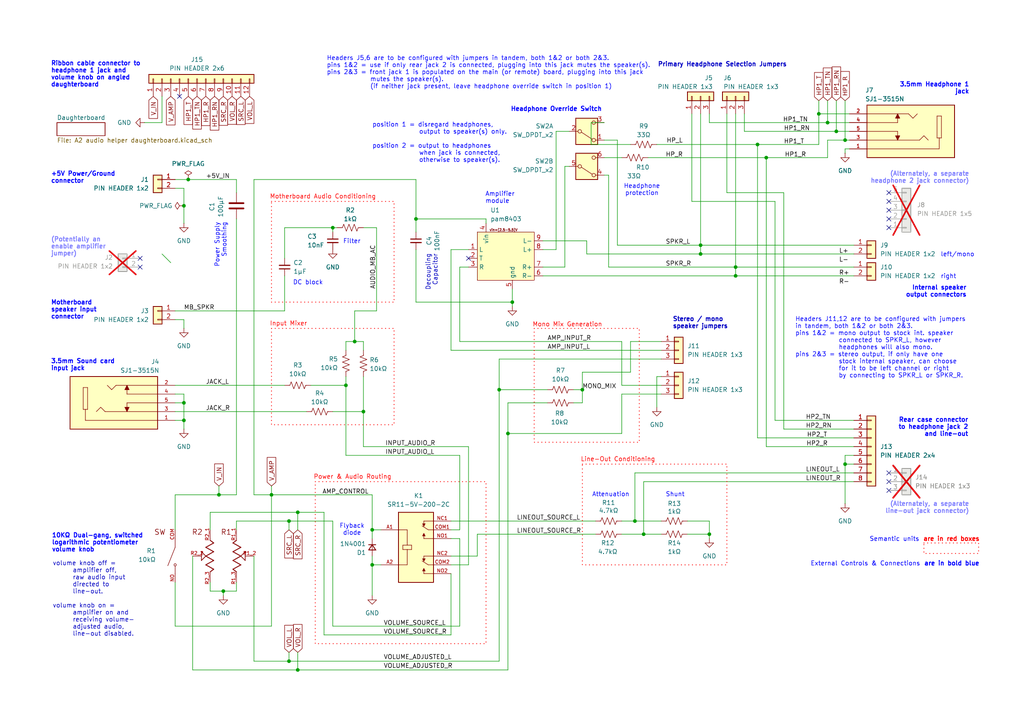
<source format=kicad_sch>
(kicad_sch (version 20250114) (generator "eeschema") (generator_version "9.0")
  (paper "A4")
  (title_block (title "Apple 2 Audio Helper") (date "2026-02-18") (rev "0.10.4") (company "Northwest Retroventures") (comment 1 "Optionally supports second internal speaker for stereo.") (comment 2 "Outputs to line-out jack & headphone jack 2 (rear of case), jack 1 (front), stock speaker.") (comment 3 "Routes sound card and motherboard audio sources. Power from int. game port connector.") (comment 4 "Circuit to mount in Apple 2 case beneath keyboard, exposing headph. jack & volume knob."))
  (lib_symbols
    (symbol "Connector_Generic:Conn_01x02" (pin_names (offset 1.016) (hide yes))
      (property "Reference" "J" (at 0 2.54 0))
      (property "Value" "Conn_01x02" (at 0 -5.08 0))
      (symbol "Conn_01x02_1_1"
        (pin passive line (at -5.08 0 0) (length 3.81) (name "Pin_1") (number "1"))
        (pin passive line (at -5.08 -2.54 0) (length 3.81) (name "Pin_2") (number "2"))
      )
    )
    (symbol "Connector_Generic:Conn_01x03" (pin_names (offset 1.016) (hide yes))
      (property "Reference" "J" (at 0 5.08 0))
      (property "Value" "Conn_01x03" (at 0 -5.08 0))
      (symbol "Conn_01x03_1_1"
        (pin passive line (at -5.08 2.54 0) (length 3.81) (name "Pin_1") (number "1"))
        (pin passive line (at -5.08 0 0) (length 3.81) (name "Pin_2") (number "2"))
        (pin passive line (at -5.08 -2.54 0) (length 3.81) (name "Pin_3") (number "3"))
      )
    )
    (symbol "Connector_Generic:Conn_01x05" (pin_names (offset 1.016) (hide yes))
      (property "Reference" "J" (at 0 7.62 0))
      (property "Value" "Conn_01x05" (at 0 -7.62 0))
      (symbol "Conn_01x05_1_1"
        (pin passive line (at -5.08 5.08 0) (length 3.81) (name "Pin_1") (number "1"))
        (pin passive line (at -5.08 2.54 0) (length 3.81) (name "Pin_2") (number "2"))
        (pin passive line (at -5.08 0 0) (length 3.81) (name "Pin_3") (number "3"))
        (pin passive line (at -5.08 -2.54 0) (length 3.81) (name "Pin_4") (number "4"))
        (pin passive line (at -5.08 -5.08 0) (length 3.81) (name "Pin_5") (number "5"))
      )
    )
    (symbol "Connector_Generic:Conn_01x08" (pin_names (offset 1.016) (hide yes))
      (property "Reference" "J" (at 0 10.16 0))
      (property "Value" "Conn_01x08" (at 0 -12.7 0))
      (symbol "Conn_01x08_1_1"
        (pin passive line (at -5.08 7.62 0) (length 3.81) (name "Pin_1") (number "1"))
        (pin passive line (at -5.08 5.08 0) (length 3.81) (name "Pin_2") (number "2"))
        (pin passive line (at -5.08 2.54 0) (length 3.81) (name "Pin_3") (number "3"))
        (pin passive line (at -5.08 0 0) (length 3.81) (name "Pin_4") (number "4"))
        (pin passive line (at -5.08 -2.54 0) (length 3.81) (name "Pin_5") (number "5"))
        (pin passive line (at -5.08 -5.08 0) (length 3.81) (name "Pin_6") (number "6"))
        (pin passive line (at -5.08 -7.62 0) (length 3.81) (name "Pin_7") (number "7"))
        (pin passive line (at -5.08 -10.16 0) (length 3.81) (name "Pin_8") (number "8"))
      )
    )
    (symbol "Connector_Generic:Conn_01x12" (pin_names (offset 1.016) (hide yes))
      (property "Reference" "J" (at 0 15.24 0))
      (property "Value" "Conn_01x12" (at 0 -17.78 0))
      (symbol "Conn_01x12_1_1"
        (pin passive line (at -5.08 12.7 0) (length 3.81) (name "Pin_1") (number "1"))
        (pin passive line (at -5.08 10.16 0) (length 3.81) (name "Pin_2") (number "2"))
        (pin passive line (at -5.08 7.62 0) (length 3.81) (name "Pin_3") (number "3"))
        (pin passive line (at -5.08 5.08 0) (length 3.81) (name "Pin_4") (number "4"))
        (pin passive line (at -5.08 2.54 0) (length 3.81) (name "Pin_5") (number "5"))
        (pin passive line (at -5.08 0 0) (length 3.81) (name "Pin_6") (number "6"))
        (pin passive line (at -5.08 -2.54 0) (length 3.81) (name "Pin_7") (number "7"))
        (pin passive line (at -5.08 -5.08 0) (length 3.81) (name "Pin_8") (number "8"))
        (pin passive line (at -5.08 -7.62 0) (length 3.81) (name "Pin_9") (number "9"))
        (pin passive line (at -5.08 -10.16 0) (length 3.81) (name "Pin_10") (number "10"))
        (pin passive line (at -5.08 -12.7 0) (length 3.81) (name "Pin_11") (number "11"))
        (pin passive line (at -5.08 -15.24 0) (length 3.81) (name "Pin_12") (number "12"))
      )
    )
    (symbol "Device:C" (pin_numbers (hide yes)) (pin_names (offset 0.254))
      (property "Reference" "C" (at 0.635 2.54 0))
      (property "Value" "C" (at 0.635 -2.54 0))
      (symbol "C_1_1"
        (pin passive line (at 0 3.81 270) (length 2.794) (name "~") (number "1"))
        (pin passive line (at 0 -3.81 90) (length 2.794) (name "~") (number "2"))
      )
    )
    (symbol "Device:C_Small" (pin_numbers (hide yes)) (pin_names (offset 0.254) (hide yes))
      (property "Reference" "C" (at 0.254 1.778 0))
      (property "Value" "C_Small" (at 0.254 -2.032 0))
      (symbol "C_Small_1_1"
        (pin passive line (at 0 2.54 270) (length 2.032) (name "~") (number "1"))
        (pin passive line (at 0 -2.54 90) (length 2.032) (name "~") (number "2"))
      )
    )
    (symbol "Device:D_Small" (pin_numbers (hide yes)) (pin_names (offset 0.254) (hide yes))
      (property "Reference" "D" (at -1.27 2.032 0))
      (property "Value" "D_Small" (at -3.81 -2.032 0))
      (symbol "D_Small_1_1"
        (pin passive line (at -2.54 0 0) (length 1.778) (name "K") (number "1"))
        (pin passive line (at 2.54 0 180) (length 1.778) (name "A") (number "2"))
      )
    )
    (symbol "Device:R_US" (pin_numbers (hide yes)) (pin_names (offset 0))
      (property "Reference" "R" (at 2.54 0 90))
      (property "Value" "R_US" (at -2.54 0 90))
      (symbol "R_US_1_1"
        (pin passive line (at 0 3.81 270) (length 1.27) (name "~") (number "1"))
        (pin passive line (at 0 -3.81 90) (length 1.27) (name "~") (number "2"))
      )
    )
    (symbol "PTR902-1020K-A502:PTR902-1020K-A502" (pin_names (offset 1.016))
      (property "Reference" "R" (at -22.86 2.54 0))
      (property "Value" "PTR902-1020K-A502" (at -22.86 0 0))
      (symbol "PTR902-1020K-A502_0_0"
        (text "SW" (at -16.256 -7.874 0) (effects (font (size 1.524 1.524)) (justify left bottom)))
        (text "R2" (at -5.334 -7.874 0) (effects (font (size 1.524 1.524)) (justify left bottom)))
        (text "R1" (at 3.048 -7.874 0) (effects (font (size 1.524 1.524)) (justify left bottom)))
        (pin passive line (at -10.16 7.62 270) (length 2.54) (name "~") (number "NO"))
        (pin passive line (at -10.16 -7.62 90) (length 2.54) (name "~") (number "COM"))
        (pin passive line (at -5.08 0 0) (length 2.54) (name "~") (number "R2_2"))
        (pin passive line (at 0 7.62 270) (length 2.54) (name "~") (number "R2_3"))
        (pin passive line (at 0 -7.62 90) (length 2.54) (name "~") (number "R2_1"))
        (pin passive line (at 7.62 7.62 270) (length 2.54) (name "~") (number "R1_3"))
        (pin passive line (at 7.62 -7.62 90) (length 2.54) (name "~") (number "R1_1"))
        (pin passive line (at 12.7 0 180) (length 2.54) (name "~") (number "R1_2"))
      )
    )
    (symbol "SJ1-3515N:SJ1-3515N" (pin_names (offset 1.016))
      (property "Reference" "J" (at -12.7166 10.1733 0))
      (property "Value" "SJ1-3515N" (at -12.7202 -12.7202 0))
      (symbol "SJ1-3515N_0_0"
        (pin passive line (at 17.78 5.08 180) (length 5.08) (name "~") (number "1"))
        (pin passive line (at 17.78 2.54 180) (length 5.08) (name "~") (number "3"))
        (pin passive line (at 17.78 0 180) (length 5.08) (name "~") (number "5"))
        (pin passive line (at 17.78 -2.54 180) (length 5.08) (name "~") (number "4"))
        (pin passive line (at 17.78 -5.08 180) (length 5.08) (name "~") (number "2"))
      )
    )
    (symbol "SR11-5V-200-2C:SR11-5V-200-2C" (pin_names (offset 1.016))
      (property "Reference" "K" (at -5.08 11.43 0))
      (property "Value" "SR11-5V-200-2C" (at -5.08 -12.7 0))
      (symbol "SR11-5V-200-2C_0_0"
        (pin passive line (at -10.16 5.08 0) (length 5.08) (name "~") (number "A1"))
        (pin passive line (at -10.16 -5.08 0) (length 5.08) (name "~") (number "A2"))
        (pin passive line (at 10.16 7.62 180) (length 5.08) (name "~") (number "NC1"))
        (pin passive line (at 10.16 5.08 180) (length 5.08) (name "~") (number "COM1"))
        (pin passive line (at 10.16 2.54 180) (length 5.08) (name "~") (number "NO1"))
        (pin passive line (at 10.16 -2.54 180) (length 5.08) (name "~") (number "NC2"))
        (pin passive line (at 10.16 -5.08 180) (length 5.08) (name "~") (number "COM2"))
        (pin passive line (at 10.16 -7.62 180) (length 5.08) (name "~") (number "NO2"))
      )
    )
    (symbol "Switch:SW_DPDT_x2" (pin_names (offset 0) (hide yes))
      (property "Reference" "SW" (at 0 5.08 0))
      (property "Value" "SW_DPDT_x2" (at 0 -5.08 0))
      (symbol "SW_DPDT_x2_1_1"
        (pin passive line (at -5.08 0 0) (length 2.54) (name "B") (number "2"))
        (pin passive line (at 5.08 2.54 180) (length 2.54) (name "A") (number "1"))
        (pin passive line (at 5.08 -2.54 180) (length 2.54) (name "C") (number "3"))
      )
      (symbol "SW_DPDT_x2_2_1"
        (pin passive line (at -5.08 0 0) (length 2.54) (name "B") (number "5"))
        (pin passive line (at 5.08 2.54 180) (length 2.54) (name "A") (number "4"))
        (pin passive line (at 5.08 -2.54 180) (length 2.54) (name "C") (number "6"))
      )
    )
    (symbol "pam8403:pam8403"
      (property "Reference" "U1" (at -3.81 13.97 0))
      (property "Value" "pam8403" (at -3.81 11.43 0))
      (symbol "pam8403_0_0"
        (text "vin=[2.5-5.5]V" (at 0 8.255 0) (effects (font (size 0.7 0.7))))
      )
      (symbol "pam8403_1_1"
        (pin passive line (at -10.16 2.54 0) (length 2.54) (name "L") (number "1"))
        (pin passive line (at -10.16 0 0) (length 2.54) (name "T") (number "2"))
        (pin passive line (at -10.16 -2.54 0) (length 2.54) (name "R") (number "3"))
        (pin passive line (at -5.08 10.16 270) (length 2.54) (name "vin") (number "4"))
        (pin passive line (at 2.54 -8.89 90) (length 2.54) (name "gnd") (number "5"))
        (pin passive line (at 11.43 5.08 180) (length 2.54) (name "L-") (number "9"))
        (pin passive line (at 11.43 2.54 180) (length 2.54) (name "L+") (number "8"))
        (pin passive line (at 11.43 -2.54 180) (length 2.54) (name "R+") (number "7"))
        (pin passive line (at 11.43 -5.08 180) (length 2.54) (name "R-") (number "6"))
      )
    )
    (symbol "power:GND" (power) (pin_numbers (hide yes)) (pin_names (offset 0) (hide yes))
      (property "Value" "GND" (at 0 -3.81 0))
      (symbol "GND_1_1"
        (pin power_in line (at 0 0 270) (length 0) (name "~") (number "1"))
      )
    )
    (symbol "power:PWR_FLAG" (power) (pin_numbers (hide yes)) (pin_names (offset 0) (hide yes))
      (property "Value" "PWR_FLAG" (at 0 3.81 0))
      (symbol "PWR_FLAG_0_0"
        (pin power_out line (at 0 0 90) (length 0) (name "~") (number "1"))
      )
    )
  )
  (rectangle (start 168.91 134.62) (end 210.82 163.83) (stroke (width 0.254) (type dot) (color 255 0 0 1)))
  (rectangle (start 91.44 139.7) (end 140.97 186.69) (stroke (width 0.254) (type dot) (color 255 0 0 1)))
  (rectangle (start 154.94 95.25) (end 185.42 128.27) (stroke (width 0.254) (type dot) (color 255 0 0 1)))
  (rectangle (start 78.74 58.42) (end 114.3 87.63) (stroke (width 0.254) (type dot) (color 255 0 0 1)))
  (rectangle (start 78.74 95.25) (end 114.3 123.19) (stroke (width 0.254) (type dot) (color 255 0 0 1)))
  (text "VOLUME_ADJUSTED_R" (at 111.252 193.294 0) (effects (font (size 1.27 1.27)) (justify left)))
  (text "Headphone Override Switch" (at 148.082 31.75 0) (effects (font (size 1.27 1.27) (thickness 0.254) (bold yes)) (justify left)))
  (text "3.5mm Sound card\ninput jack\n" (at 14.732 105.918 0) (effects (font (size 1.27 1.27) (thickness 0.254) (bold yes)) (justify left)))
  (text "R-" (at 243.332 82.55 0) (effects (font (size 1.27 1.27)) (justify left bottom)))
  (text "HP2_R" (at 236.982 128.778 0) (effects (font (size 1.27 1.27))))
  (text "10KΩ Dual-gang, switched\nlogarithmic potentiometer\nvolume knob " (at 14.986 157.48 0) (effects (font (size 1.27 1.27) (thickness 0.254) (bold yes)) (justify left)))
  (text "Motherboard\nspeaker input\nconnector" (at 14.732 89.916 0) (effects (font (size 1.27 1.27) (thickness 0.254) (bold yes)) (justify left)))
  (text "HP1_TN" (at 227.076 35.56 0) (effects (font (size 1.27 1.27)) (justify left bottom)))
  (text "Mono Mix Generation" (at 154.432 94.234 0) (effects (font (size 1.27 1.27)) (justify left)))
  (text "HP2_T" (at 236.982 126.238 0) (effects (font (size 1.27 1.27))))
  (text "are in red boxes" (at 267.716 156.464 0) (effects (font (size 1.27 1.27) (thickness 0.254) (bold yes)) (justify left)))
  (text "AMP_CONTROL" (at 93.472 142.748 0) (effects (font (size 1.27 1.27)) (justify left)))
  (text "Ribbon cable connector to\nheadphone 1 jack and\nvolume knob on angled\ndaughterboard" (at 14.732 21.59 0) (effects (font (size 1.27 1.27) (thickness 0.254) (bold yes)) (justify left)))
  (text "Primary Headphone Selection Jumpers" (at 190.754 18.796 0) (effects (font (size 1.27 1.27) (thickness 0.254) (bold yes)) (justify left)))
  (text "HP1_T" (at 227.33 41.91 0) (effects (font (size 1.27 1.27)) (justify left bottom)))
  (text "External Controls & Connections" (at 266.954 163.576 0) (effects (font (size 1.27 1.27) (thickness 0.1588)) (justify right)))
  (text "L-" (at 243.332 76.2 0) (effects (font (size 1.27 1.27)) (justify left bottom)))
  (text "HP_L" (at 193.294 41.656 0) (effects (font (size 1.27 1.27)) (justify left bottom)))
  (text "(Alternately, a separate\nline-out jack connector)" (at 281.178 147.32 0) (effects (font (size 1.27 1.27) (thickness 0.254) (bold yes)) (justify right)))
  (text "Headphone\nprotection" (at 186.182 55.118 0) (effects (font (size 1.27 1.27))))
  (text "Headers J5,6 are to be configured with jumpers in tandem, both 1&2 or both 2&3.\npins 1&2 = use if only rear jack 2 is connected, plugging into this jack mutes the speaker(s).\npins 2&3 = front jack 1 is populated on the main (or remote) board, plugging into this jack\n             mutes the speaker(s).\n             (if neither jack present, leave headphone override switch in position 1)" (at 94.742 21.082 0) (effects (font (size 1.27 1.27)) (justify left)))
  (text "HP1_R" (at 227.584 45.72 0) (effects (font (size 1.27 1.27)) (justify left bottom)))
  (text "Semantic units" (at 266.7 156.464 0) (effects (font (size 1.27 1.27) (thickness 0.1588)) (justify right)))
  (text "Stereo / mono\nspeaker jumpers" (at 195.072 91.948 0) (effects (font (size 1.27 1.27) (thickness 0.254) (bold yes)) (justify left top)))
  (text "Motherboard Audio Conditioning" (at 78.232 57.15 0) (effects (font (size 1.27 1.27)) (justify left)))
  (text "DC block" (at 93.726 82.042 0) (effects (font (size 1.27 1.27)) (justify right)))
  (text "volume knob off =\n      amplifier off,\n      raw audio input\n      directed to\n      line-out.\n\nvolume knob on =\n      amplifier on and\n      receiving volume-\n      adjusted audio,\n      line-out disabled." (at 15.24 173.736 0) (effects (font (size 1.27 1.27)) (justify left)))
  (text "Attenuation" (at 171.704 143.51 0) (effects (font (size 1.27 1.27)) (justify left)))
  (text "Decoupling\nCapacitor" (at 125.222 73.66 90) (effects (font (size 1.27 1.27)) (justify right)))
  (text "Input Mixer" (at 78.232 93.98 0) (effects (font (size 1.27 1.27)) (justify left)))
  (text "(Potentially an\nenable amplifier\njumper)" (at 14.732 71.628 0) (effects (font (size 1.27 1.27) (thickness 0.254) (bold yes)) (justify left)))
  (text "VOLUME_SOURCE_R" (at 111.252 183.388 0) (effects (font (size 1.27 1.27)) (justify left)))
  (text "Rear case connector\nto headphone jack 2\nand line-out" (at 280.924 123.952 0) (effects (font (size 1.27 1.27) (thickness 0.254) (bold yes)) (justify right)))
  (text "R+" (at 243.332 80.01 0) (effects (font (size 1.27 1.27)) (justify left bottom)))
  (text "Flyback\ndiode" (at 102.108 153.67 0) (effects (font (size 1.27 1.27))))
  (text "HP1_RN" (at 227.33 38.1 0) (effects (font (size 1.27 1.27)) (justify left bottom)))
  (text "position 1 = disregard headphones,\n              output to speaker(s) only.\n\nposition 2 = output to headphones\n              when jack is connected,\n              otherwise to speaker(s).\n" (at 107.95 35.56 0) (effects (font (size 1.27 1.27) (thickness 0.1588)) (justify left top)))
  (text "VOLUME_ADJUSTED_L" (at 111.252 190.754 0) (effects (font (size 1.27 1.27)) (justify left)))
  (text "left/mono" (at 272.796 73.914 0) (effects (font (size 1.27 1.27)) (justify left)))
  (text "HP_R" (at 193.04 45.72 0) (effects (font (size 1.27 1.27)) (justify left bottom)))
  (text "(Alternately, a separate\nheadphone 2 jack connector)" (at 281.178 51.562 0) (effects (font (size 1.27 1.27) (thickness 0.254) (bold yes)) (justify right)))
  (text "Shunt" (at 193.04 143.51 0) (effects (font (size 1.27 1.27)) (justify left)))
  (text "are in bold blue" (at 267.97 163.576 0) (effects (font (size 1.27 1.27) (thickness 0.254) (bold yes)) (justify left)))
  (text "Filter" (at 104.648 70.104 0) (effects (font (size 1.27 1.27)) (justify right)))
  (text "Power Supply\nSmoothing" (at 64.008 64.516 90) (effects (font (size 1.27 1.27)) (justify right)))
  (text "3.5mm Headphone 1\njack" (at 281.178 25.654 0) (effects (font (size 1.27 1.27) (thickness 0.254) (bold yes)) (justify right)))
  (text "+5V Power/Ground\nconnector" (at 14.732 51.562 0) (effects (font (size 1.27 1.27) (thickness 0.254) (bold yes)) (justify left)))
  (text "Headers J11,12 are to be configured with jumpers\nin tandem, both 1&2 or both 2&3.\npins 1&2 = mono output to stock int. speaker\n             connected to SPKR_L, however\n             headphones will also mono.\npins 2&3 = stereo output, if only have one\n             stock internal speaker, can choose\n             for it to be left channel or right\n             by connecting to SPKR_L or SPKR_R." (at 230.632 91.948 0) (effects (font (size 1.27 1.27)) (justify left top)))
  (text "Line-Out Conditioning" (at 168.402 133.35 0) (effects (font (size 1.27 1.27)) (justify left)))
  (text "Power & Audio Routing" (at 90.932 138.43 0) (effects (font (size 1.27 1.27)) (justify left)))
  (text "right" (at 272.796 80.264 0) (effects (font (size 1.27 1.27)) (justify left)))
  (text "L+" (at 243.332 73.66 0) (effects (font (size 1.27 1.27)) (justify left bottom)))
  (text "VOLUME_SOURCE_L" (at 111.252 180.848 0) (effects (font (size 1.27 1.27)) (justify left)))
  (text "Amplifier\nmodule" (at 140.716 57.404 0) (effects (font (size 1.27 1.27) (thickness 0.1588)) (justify left)))
  (text "Internal speaker\noutput connectors" (at 280.416 84.582 0) (effects (font (size 1.27 1.27) (thickness 0.254) (bold yes)) (justify right)))
  (text_box "" (at 267.97 157.48 0) (size 15.875 3.048) (margins 0.9525 0.9525 0.9525 0.9525) (stroke (width 0.254) (type dot) (color 255 0 0 1)) (effects (font (size 1.27 1.27) (thickness 0.254) (bold yes)) (justify left top)))
  (junction (at 147.32 125.73))
  (junction (at 53.34 121.92))
  (junction (at 219.71 41.91))
  (junction (at 245.11 40.64))
  (junction (at 245.11 134.62))
  (junction (at 53.34 59.69))
  (junction (at 100.33 111.76))
  (junction (at 203.2 73.66))
  (junction (at 213.36 80.01))
  (junction (at 107.95 153.67))
  (junction (at 83.82 191.77))
  (junction (at 53.34 116.84))
  (junction (at 222.25 45.72))
  (junction (at 83.82 151.13))
  (junction (at 64.77 171.45))
  (junction (at 148.59 87.63))
  (junction (at 237.49 33.02))
  (junction (at 102.87 99.06))
  (junction (at 86.36 148.59))
  (junction (at 96.52 66.04))
  (junction (at 63.5 143.51))
  (junction (at 242.57 38.1))
  (junction (at 78.74 143.51))
  (junction (at 205.74 154.94))
  (junction (at 54.61 52.07))
  (junction (at 105.41 119.38))
  (junction (at 144.78 113.03))
  (junction (at 240.03 35.56))
  (junction (at 184.15 151.13))
  (junction (at 213.36 77.47))
  (junction (at 186.69 154.94))
  (junction (at 168.91 113.03))
  (junction (at 107.95 163.83))
  (junction (at 203.2 71.12))
  (junction (at 86.36 194.31))
  (junction (at 120.65 63.5))
  (no_connect (at 257.81 137.16))
  (no_connect (at 135.89 74.93))
  (no_connect (at 257.81 63.5))
  (no_connect (at 257.81 66.04))
  (no_connect (at 40.64 77.47))
  (no_connect (at 257.81 142.24))
  (no_connect (at 257.81 58.42))
  (no_connect (at 257.81 55.88))
  (no_connect (at 52.07 27.94))
  (no_connect (at 40.64 74.93))
  (no_connect (at 257.81 60.96))
  (no_connect (at 257.81 139.7))
  (bus_entry (at 46.99 73.66) (size 2.54 2.54))
  (wire (pts (xy 215.9 38.1) (xy 215.9 33.02)))
  (wire (pts (xy 180.34 114.3) (xy 180.34 125.73)))
  (wire (pts (xy 175.26 45.72) (xy 180.34 45.72)))
  (wire (pts (xy 203.2 73.66) (xy 247.65 73.66)))
  (wire (pts (xy 180.34 111.76) (xy 191.77 111.76)))
  (wire (pts (xy 242.57 29.21) (xy 242.57 38.1)))
  (wire (pts (xy 107.95 153.67) (xy 107.95 156.21)))
  (wire (pts (xy 245.11 134.62) (xy 247.65 134.62)))
  (wire (pts (xy 107.95 161.29) (xy 107.95 163.83)))
  (wire (pts (xy 203.2 71.12) (xy 203.2 73.66)))
  (wire (pts (xy 53.34 121.92) (xy 53.34 124.46)))
  (wire (pts (xy 175.26 35.56) (xy 171.45 35.56)))
  (wire (pts (xy 55.88 194.31) (xy 86.36 194.31)))
  (wire (pts (xy 109.22 66.04) (xy 109.22 90.17)))
  (wire (pts (xy 54.61 52.07) (xy 68.58 52.07)))
  (wire (pts (xy 68.58 151.13) (xy 68.58 153.67)))
  (wire (pts (xy 82.55 80.01) (xy 82.55 90.17)))
  (wire (pts (xy 73.66 52.07) (xy 120.65 52.07)))
  (wire (pts (xy 240.03 40.64) (xy 245.11 40.64)))
  (wire (pts (xy 53.34 92.71) (xy 53.34 95.25)))
  (wire (pts (xy 107.95 163.83) (xy 107.95 172.72)))
  (wire (pts (xy 144.78 104.14) (xy 144.78 113.03)))
  (wire (pts (xy 240.03 29.21) (xy 240.03 35.56)))
  (wire (pts (xy 102.87 99.06) (xy 105.41 99.06)))
  (wire (pts (xy 50.8 54.61) (xy 53.34 54.61)))
  (wire (pts (xy 133.35 77.47) (xy 133.35 99.06)))
  (wire (pts (xy 73.66 52.07) (xy 73.66 143.51)))
  (wire (pts (xy 96.52 151.13) (xy 96.52 181.61)))
  (wire (pts (xy 245.11 43.18) (xy 245.11 44.45)))
  (wire (pts (xy 222.25 45.72) (xy 222.25 129.54)))
  (wire (pts (xy 46.99 35.56) (xy 41.91 35.56)))
  (wire (pts (xy 199.39 154.94) (xy 205.74 154.94)))
  (wire (pts (xy 144.78 113.03) (xy 158.75 113.03)))
  (wire (pts (xy 176.53 77.47) (xy 213.36 77.47)))
  (wire (pts (xy 53.34 114.3) (xy 53.34 116.84)))
  (wire (pts (xy 120.65 63.5) (xy 120.65 67.31)))
  (wire (pts (xy 215.9 38.1) (xy 242.57 38.1)))
  (wire (pts (xy 102.87 90.17) (xy 102.87 99.06)))
  (wire (pts (xy 219.71 41.91) (xy 237.49 41.91)))
  (wire (pts (xy 53.34 116.84) (xy 53.34 121.92)))
  (wire (pts (xy 120.65 63.5) (xy 140.97 63.5)))
  (wire (pts (xy 176.53 50.8) (xy 175.26 50.8)))
  (wire (pts (xy 100.33 99.06) (xy 100.33 101.6)))
  (wire (pts (xy 130.81 72.39) (xy 130.81 101.6)))
  (wire (pts (xy 53.34 54.61) (xy 53.34 59.69)))
  (wire (pts (xy 93.98 148.59) (xy 93.98 184.15)))
  (wire (pts (xy 133.35 77.47) (xy 135.89 77.47)))
  (wire (pts (xy 205.74 151.13) (xy 205.74 154.94)))
  (wire (pts (xy 200.66 33.02) (xy 200.66 58.42)))
  (wire (pts (xy 50.8 181.61) (xy 78.74 181.61)))
  (wire (pts (xy 191.77 109.22) (xy 190.5 109.22)))
  (wire (pts (xy 157.48 80.01) (xy 213.36 80.01)))
  (wire (pts (xy 186.69 154.94) (xy 191.77 154.94)))
  (wire (pts (xy 186.69 139.7) (xy 186.69 154.94)))
  (wire (pts (xy 96.52 66.04) (xy 96.52 67.31)))
  (wire (pts (xy 133.35 132.08) (xy 133.35 153.67)))
  (wire (pts (xy 213.36 77.47) (xy 213.36 80.01)))
  (wire (pts (xy 82.55 66.04) (xy 96.52 66.04)))
  (wire (pts (xy 180.34 151.13) (xy 184.15 151.13)))
  (wire (pts (xy 130.81 156.21) (xy 133.35 156.21)))
  (wire (pts (xy 184.15 151.13) (xy 191.77 151.13)))
  (wire (pts (xy 222.25 129.54) (xy 247.65 129.54)))
  (wire (pts (xy 86.36 148.59) (xy 86.36 153.67)))
  (wire (pts (xy 130.81 151.13) (xy 172.72 151.13)))
  (wire (pts (xy 64.77 171.45) (xy 64.77 172.72)))
  (wire (pts (xy 147.32 116.84) (xy 147.32 125.73)))
  (wire (pts (xy 68.58 63.5) (xy 68.58 143.51)))
  (wire (pts (xy 176.53 50.8) (xy 176.53 77.47)))
  (wire (pts (xy 68.58 151.13) (xy 83.82 151.13)))
  (wire (pts (xy 100.33 132.08) (xy 133.35 132.08)))
  (wire (pts (xy 210.82 33.02) (xy 210.82 55.88)))
  (wire (pts (xy 138.43 154.94) (xy 172.72 154.94)))
  (wire (pts (xy 102.87 90.17) (xy 109.22 90.17)))
  (wire (pts (xy 90.17 111.76) (xy 100.33 111.76)))
  (wire (pts (xy 60.96 148.59) (xy 60.96 153.67)))
  (wire (pts (xy 163.83 48.26) (xy 165.1 48.26)))
  (wire (pts (xy 175.26 40.64) (xy 179.07 40.64)))
  (wire (pts (xy 60.96 171.45) (xy 60.96 168.91)))
  (wire (pts (xy 240.03 40.64) (xy 240.03 45.72)))
  (wire (pts (xy 120.65 52.07) (xy 120.65 63.5)))
  (wire (pts (xy 219.71 127) (xy 247.65 127)))
  (wire (pts (xy 96.52 66.04) (xy 97.79 66.04)))
  (wire (pts (xy 135.89 129.54) (xy 135.89 163.83)))
  (wire (pts (xy 120.65 87.63) (xy 148.59 87.63)))
  (wire (pts (xy 46.99 27.94) (xy 46.99 35.56)))
  (wire (pts (xy 82.55 66.04) (xy 82.55 74.93)))
  (wire (pts (xy 144.78 113.03) (xy 144.78 191.77)))
  (wire (pts (xy 96.52 181.61) (xy 133.35 181.61)))
  (wire (pts (xy 107.95 143.51) (xy 107.95 153.67)))
  (wire (pts (xy 161.29 38.1) (xy 165.1 38.1)))
  (wire (pts (xy 120.65 72.39) (xy 120.65 87.63)))
  (wire (pts (xy 224.79 121.92) (xy 247.65 121.92)))
  (wire (pts (xy 170.18 69.85) (xy 170.18 73.66)))
  (wire (pts (xy 50.8 52.07) (xy 54.61 52.07)))
  (wire (pts (xy 170.18 73.66) (xy 203.2 73.66)))
  (wire (pts (xy 171.45 41.91) (xy 182.88 41.91)))
  (wire (pts (xy 138.43 161.29) (xy 130.81 161.29)))
  (wire (pts (xy 180.34 111.76) (xy 180.34 99.06)))
  (wire (pts (xy 237.49 41.91) (xy 237.49 33.02)))
  (wire (pts (xy 200.66 58.42) (xy 224.79 58.42)))
  (wire (pts (xy 50.8 168.91) (xy 50.8 181.61)))
  (wire (pts (xy 163.83 48.26) (xy 163.83 77.47)))
  (wire (pts (xy 105.41 99.06) (xy 105.41 101.6)))
  (wire (pts (xy 205.74 35.56) (xy 205.74 33.02)))
  (wire (pts (xy 219.71 41.91) (xy 219.71 127)))
  (wire (pts (xy 50.8 111.76) (xy 82.55 111.76)))
  (wire (pts (xy 140.97 63.5) (xy 140.97 64.77)))
  (wire (pts (xy 147.32 125.73) (xy 147.32 194.31)))
  (wire (pts (xy 86.36 148.59) (xy 93.98 148.59)))
  (wire (pts (xy 184.15 137.16) (xy 247.65 137.16)))
  (wire (pts (xy 63.5 143.51) (xy 50.8 143.51)))
  (wire (pts (xy 190.5 109.22) (xy 190.5 118.11)))
  (wire (pts (xy 96.52 119.38) (xy 105.41 119.38)))
  (wire (pts (xy 73.66 191.77) (xy 73.66 161.29)))
  (wire (pts (xy 130.81 166.37) (xy 130.81 184.15)))
  (wire (pts (xy 245.11 29.21) (xy 245.11 40.64)))
  (wire (pts (xy 60.96 148.59) (xy 86.36 148.59)))
  (wire (pts (xy 182.88 99.06) (xy 191.77 99.06)))
  (wire (pts (xy 247.65 132.08) (xy 245.11 132.08)))
  (wire (pts (xy 171.45 41.91) (xy 171.45 35.56)))
  (wire (pts (xy 187.96 45.72) (xy 222.25 45.72)))
  (wire (pts (xy 210.82 55.88) (xy 227.33 55.88)))
  (wire (pts (xy 144.78 104.14) (xy 191.77 104.14)))
  (wire (pts (xy 190.5 41.91) (xy 219.71 41.91)))
  (wire (pts (xy 242.57 38.1) (xy 246.38 38.1)))
  (wire (pts (xy 180.34 154.94) (xy 186.69 154.94)))
  (wire (pts (xy 245.11 40.64) (xy 246.38 40.64)))
  (wire (pts (xy 86.36 189.23) (xy 86.36 194.31)))
  (wire (pts (xy 78.74 181.61) (xy 78.74 143.51)))
  (wire (pts (xy 213.36 80.01) (xy 247.65 80.01)))
  (wire (pts (xy 180.34 114.3) (xy 191.77 114.3)))
  (wire (pts (xy 148.59 87.63) (xy 148.59 88.9)))
  (wire (pts (xy 83.82 191.77) (xy 144.78 191.77)))
  (wire (pts (xy 168.91 113.03) (xy 168.91 116.84)))
  (wire (pts (xy 186.69 139.7) (xy 247.65 139.7)))
  (wire (pts (xy 105.41 119.38) (xy 105.41 129.54)))
  (wire (pts (xy 133.35 156.21) (xy 133.35 181.61)))
  (wire (pts (xy 50.8 90.17) (xy 82.55 90.17)))
  (wire (pts (xy 100.33 99.06) (xy 102.87 99.06)))
  (wire (pts (xy 50.8 121.92) (xy 53.34 121.92)))
  (wire (pts (xy 83.82 151.13) (xy 96.52 151.13)))
  (wire (pts (xy 105.41 129.54) (xy 135.89 129.54)))
  (wire (pts (xy 166.37 113.03) (xy 168.91 113.03)))
  (wire (pts (xy 100.33 109.22) (xy 100.33 111.76)))
  (wire (pts (xy 53.34 59.69) (xy 53.34 64.77)))
  (wire (pts (xy 179.07 40.64) (xy 179.07 71.12)))
  (wire (pts (xy 130.81 153.67) (xy 133.35 153.67)))
  (wire (pts (xy 73.66 143.51) (xy 78.74 143.51)))
  (wire (pts (xy 203.2 33.02) (xy 203.2 71.12)))
  (wire (pts (xy 245.11 134.62) (xy 245.11 146.05)))
  (wire (pts (xy 213.36 33.02) (xy 213.36 77.47)))
  (wire (pts (xy 138.43 154.94) (xy 138.43 161.29)))
  (wire (pts (xy 205.74 35.56) (xy 240.03 35.56)))
  (wire (pts (xy 203.2 71.12) (xy 247.65 71.12)))
  (wire (pts (xy 53.34 92.71) (xy 50.8 92.71)))
  (wire (pts (xy 50.8 116.84) (xy 53.34 116.84)))
  (wire (pts (xy 166.37 116.84) (xy 168.91 116.84)))
  (wire (pts (xy 224.79 58.42) (xy 224.79 121.92)))
  (wire (pts (xy 68.58 52.07) (xy 68.58 55.88)))
  (wire (pts (xy 68.58 171.45) (xy 68.58 168.91)))
  (wire (pts (xy 50.8 119.38) (xy 88.9 119.38)))
  (wire (pts (xy 73.66 191.77) (xy 83.82 191.77)))
  (wire (pts (xy 86.36 194.31) (xy 147.32 194.31)))
  (wire (pts (xy 245.11 43.18) (xy 246.38 43.18)))
  (wire (pts (xy 64.77 171.45) (xy 60.96 171.45)))
  (wire (pts (xy 83.82 151.13) (xy 83.82 153.67)))
  (wire (pts (xy 50.8 114.3) (xy 53.34 114.3)))
  (wire (pts (xy 237.49 29.21) (xy 237.49 33.02)))
  (wire (pts (xy 93.98 184.15) (xy 130.81 184.15)))
  (wire (pts (xy 50.8 143.51) (xy 50.8 153.67)))
  (wire (pts (xy 100.33 111.76) (xy 100.33 132.08)))
  (wire (pts (xy 184.15 137.16) (xy 184.15 151.13)))
  (wire (pts (xy 148.59 83.82) (xy 148.59 87.63)))
  (wire (pts (xy 55.88 161.29) (xy 55.88 194.31)))
  (wire (pts (xy 227.33 55.88) (xy 227.33 124.46)))
  (wire (pts (xy 182.88 107.95) (xy 182.88 99.06)))
  (wire (pts (xy 245.11 132.08) (xy 245.11 134.62)))
  (wire (pts (xy 179.07 71.12) (xy 203.2 71.12)))
  (wire (pts (xy 227.33 124.46) (xy 247.65 124.46)))
  (wire (pts (xy 107.95 163.83) (xy 110.49 163.83)))
  (wire (pts (xy 107.95 153.67) (xy 110.49 153.67)))
  (wire (pts (xy 105.41 109.22) (xy 105.41 119.38)))
  (wire (pts (xy 213.36 77.47) (xy 247.65 77.47)))
  (wire (pts (xy 109.22 66.04) (xy 105.41 66.04)))
  (wire (pts (xy 78.74 143.51) (xy 107.95 143.51)))
  (wire (pts (xy 64.77 171.45) (xy 68.58 171.45)))
  (wire (pts (xy 130.81 163.83) (xy 135.89 163.83)))
  (wire (pts (xy 147.32 125.73) (xy 180.34 125.73)))
  (wire (pts (xy 222.25 45.72) (xy 240.03 45.72)))
  (wire (pts (xy 130.81 72.39) (xy 135.89 72.39)))
  (wire (pts (xy 147.32 116.84) (xy 158.75 116.84)))
  (wire (pts (xy 133.35 99.06) (xy 180.34 99.06)))
  (wire (pts (xy 237.49 33.02) (xy 246.38 33.02)))
  (wire (pts (xy 63.5 143.51) (xy 68.58 143.51)))
  (wire (pts (xy 168.91 107.95) (xy 182.88 107.95)))
  (wire (pts (xy 157.48 69.85) (xy 170.18 69.85)))
  (wire (pts (xy 83.82 189.23) (xy 83.82 191.77)))
  (wire (pts (xy 78.74 140.97) (xy 78.74 143.51)))
  (wire (pts (xy 63.5 140.97) (xy 63.5 143.51)))
  (wire (pts (xy 130.81 101.6) (xy 191.77 101.6)))
  (wire (pts (xy 161.29 38.1) (xy 161.29 72.39)))
  (wire (pts (xy 199.39 151.13) (xy 205.74 151.13)))
  (wire (pts (xy 157.48 77.47) (xy 163.83 77.47)))
  (wire (pts (xy 168.91 107.95) (xy 168.91 113.03)))
  (wire (pts (xy 205.74 154.94) (xy 205.74 156.21)))
  (wire (pts (xy 157.48 72.39) (xy 161.29 72.39)))
  (wire (pts (xy 240.03 35.56) (xy 246.38 35.56)))
  (label "MONO_MIX" (at 168.91 113.03 0))
  (label "MB_SPKR" (at 62.23 90.17 180))
  (label "LINEOUT_R" (at 233.68 139.7 0))
  (label "SPKR_L" (at 193.04 71.12 0))
  (label "INPUT_AUDIO_L" (at 111.76 132.08 0))
  (label "AMP_INPUT_R" (at 158.75 99.06 0))
  (label "+5V_IN" (at 59.69 52.07 0))
  (label "HP2_RN" (at 233.68 124.46 0))
  (label "LINEOUT_L" (at 233.68 137.16 0))
  (label "AMP_INPUT_L" (at 158.75 101.6 0))
  (label "INPUT_AUDIO_R" (at 111.76 129.54 0))
  (label "JACK_L" (at 59.69 111.76 0))
  (label "AUDIO_MB_AC" (at 109.22 83.82 90))
  (label "JACK_R" (at 59.69 119.38 0))
  (label "LINEOUT_SOURCE_R" (at 149.86 154.94 0))
  (label "SPKR_R" (at 193.04 77.47 0))
  (label "HP2_TN" (at 233.68 121.92 0))
  (label "LINEOUT_SOURCE_L" (at 149.86 151.13 0))
  (global_label "SRC_R" (shape input) (at 64.77 27.94 270) (property "Intersheetrefs" "${INTERSHEET_REFS}" (effects (hide yes))))
  (global_label "V_IN" (shape input) (at 44.45 27.94 270) (property "Intersheetrefs" "${INTERSHEET_REFS}" (effects (hide yes))))
  (global_label "VOL_R" (shape input) (at 86.36 189.23 90) (property "Intersheetrefs" "${INTERSHEET_REFS}" (effects (hide yes))))
  (global_label "HP1_RN" (shape input) (at 242.57 29.21 90) (property "Intersheetrefs" "${INTERSHEET_REFS}" (effects (hide yes))))
  (global_label "V_AMP" (shape input) (at 78.74 140.97 90) (property "Intersheetrefs" "${INTERSHEET_REFS}" (effects (hide yes))))
  (global_label "HP1_RN" (shape input) (at 62.23 27.94 270) (property "Intersheetrefs" "${INTERSHEET_REFS}" (effects (hide yes))))
  (global_label "VOL_R" (shape input) (at 67.31 27.94 270) (property "Intersheetrefs" "${INTERSHEET_REFS}" (effects (hide yes))))
  (global_label "HP1_TN" (shape input) (at 57.15 27.94 270) (property "Intersheetrefs" "${INTERSHEET_REFS}" (effects (hide yes))))
  (global_label "HP1_TN" (shape input) (at 240.03 29.21 90) (property "Intersheetrefs" "${INTERSHEET_REFS}" (effects (hide yes))))
  (global_label "HP1_T" (shape input) (at 237.49 29.21 90) (property "Intersheetrefs" "${INTERSHEET_REFS}" (effects (hide yes))))
  (global_label "V_AMP" (shape input) (at 49.53 27.94 270) (property "Intersheetrefs" "${INTERSHEET_REFS}" (effects (hide yes))))
  (global_label "HP1_T" (shape input) (at 54.61 27.94 270) (property "Intersheetrefs" "${INTERSHEET_REFS}" (effects (hide yes))))
  (global_label "VOL_L" (shape input) (at 83.82 189.23 90) (property "Intersheetrefs" "${INTERSHEET_REFS}" (effects (hide yes))))
  (global_label "V_IN" (shape input) (at 63.5 140.97 90) (property "Intersheetrefs" "${INTERSHEET_REFS}" (effects (hide yes))))
  (global_label "SRC_L" (shape input) (at 83.82 153.67 270) (property "Intersheetrefs" "${INTERSHEET_REFS}" (effects (hide yes))))
  (global_label "VOL_L" (shape input) (at 72.39 27.94 270) (property "Intersheetrefs" "${INTERSHEET_REFS}" (effects (hide yes))))
  (global_label "HP1_R" (shape input) (at 245.11 29.21 90) (property "Intersheetrefs" "${INTERSHEET_REFS}" (effects (hide yes))))
  (global_label "HP1_R" (shape input) (at 59.69 27.94 270) (property "Intersheetrefs" "${INTERSHEET_REFS}" (effects (hide yes))))
  (global_label "SRC_R" (shape input) (at 86.36 153.67 270) (property "Intersheetrefs" "${INTERSHEET_REFS}" (effects (hide yes))))
  (global_label "SRC_L" (shape input) (at 69.85 27.94 270) (property "Intersheetrefs" "${INTERSHEET_REFS}" (effects (hide yes))))
  (symbol (lib_id "Device:R_US") (at 176.53 154.94 270) (unit 1)
    (property "Reference" "R12" (at 176.276 157.48 90))
    (property "Value" "4.7kΩ" (at 176.276 160.02 90))
    (property "Footprint" "Resistor_THT:R_Axial_DIN0207_L6.3mm_D2.5mm_P10.16mm_Horizontal" (effects (hide yes)))
    (property "Description" "Resistor, US symbol" (effects (hide yes)))
  )
  (symbol (lib_id "power:GND") (at 148.59 88.9 0) (unit 1)
    (property "Reference" "#PWR07" (effects (hide yes)))
    (property "Value" "GND" (at 148.59 93.98 0))
    (property "Description" "Power symbol creates a global label with name \"GND\" , ground" (effects (hide yes)))
  )
  (symbol (lib_id "Connector_Generic:Conn_01x12") (at 57.15 22.86 90) (unit 1)
    (property "Reference" "J15" (at 57.15 17.272 90))
    (property "Value" "PIN HEADER 2x6" (at 57.15 19.812 90))
    (property "Footprint" "Connector_PinSocket_2.00mm:PinSocket_2x06_P2.00mm_Vertical" (effects (hide yes)))
    (property "Description" "Generic connector, single row, 01x12, script generated (kicad-library-utils/schlib/autogen/connector/)" (effects (hide yes)))
  )
  (symbol (lib_id "Connector_Generic:Conn_01x02") (at 45.72 90.17 0) (mirror y) (unit 1)
    (property "Reference" "J3" (at 43.18 90.1699 0) (effects (justify left)))
    (property "Value" "PIN HEADER 1x2" (at 43.18 92.7099 0) (effects (justify left)))
    (property "Footprint" "Molex 22053021:CONN_A-7478-02A_MOL" (effects (hide yes)))
    (property "Description" "Generic connector, single row, 01x02, script generated (kicad-library-utils/schlib/autogen/connector/)" (effects (hide yes)))
    (property "Sim.Device" "V" (effects (hide yes)))
    (property "Sim.Type" "PULSE" (effects (hide yes)))
    (property "Sim.Pins" "1=+ 2=-" (effects (hide yes)))
    (property "Sim.Params" "y1=0 y2=5 td=0 tr=2n tf=2n tw=500n per=1m" (effects (hide yes)))
  )
  (symbol (lib_id "Connector_Generic:Conn_01x03") (at 262.89 139.7 0) (unit 1) (in_bom no) (on_board no) (dnp yes)
    (property "Reference" "J14" (at 265.43 138.4299 0) (effects (justify left)))
    (property "Value" "PIN HEADER 1x3" (at 265.43 140.9699 0) (effects (justify left)))
    (property "Footprint" "Connector_Molex:Molex_KK-254_AE-6410-03A_1x03_P2.54mm_Vertical" (effects (hide yes)))
    (property "Description" "Generic connector, single row, 01x03, script generated (kicad-library-utils/schlib/autogen/connector/)" (effects (hide yes)))
  )
  (symbol (lib_id "Device:C_Small") (at 120.65 69.85 0) (unit 1)
    (property "Reference" "C4" (at 124.46 69.85 90))
    (property "Value" "100nF" (at 126.746 69.85 90))
    (property "Footprint" "Capacitor_THT:C_Disc_D4.7mm_W2.5mm_P5.00mm" (effects (hide yes)))
    (property "Description" "Unpolarized capacitor, small symbol" (effects (hide yes)))
  )
  (symbol (lib_id "Device:R_US") (at 101.6 66.04 90) (unit 1)
    (property "Reference" "R2" (at 101.6 60.96 90))
    (property "Value" "1kΩ" (at 101.6 63.5 90))
    (property "Footprint" "Resistor_THT:R_Axial_DIN0207_L6.3mm_D2.5mm_P10.16mm_Horizontal" (effects (hide yes)))
    (property "Description" "Resistor, US symbol" (effects (hide yes)))
  )
  (symbol (lib_id "power:GND") (at 190.5 118.11 0) (unit 1)
    (property "Reference" "#PWR08" (effects (hide yes)))
    (property "Value" "GND" (at 190.5 123.19 0))
    (property "Description" "Power symbol creates a global label with name \"GND\" , ground" (effects (hide yes)))
  )
  (symbol (lib_id "Device:R_US") (at 195.58 154.94 90) (unit 1)
    (property "Reference" "R14" (at 195.58 157.48 90))
    (property "Value" "1kΩ" (at 195.58 160.02 90))
    (property "Footprint" "Resistor_THT:R_Axial_DIN0207_L6.3mm_D2.5mm_P10.16mm_Horizontal" (effects (hide yes)))
    (property "Description" "Resistor, US symbol" (effects (hide yes)))
  )
  (symbol (lib_id "Device:C_Small") (at 96.52 69.85 0) (unit 1)
    (property "Reference" "C3" (at 89.154 68.58 0) (effects (justify left)))
    (property "Value" "10nF" (at 89.154 71.12 0) (effects (justify left)))
    (property "Footprint" "Capacitor_THT:C_Disc_D4.7mm_W2.5mm_P5.00mm" (effects (hide yes)))
    (property "Description" "Unpolarized capacitor, small symbol" (effects (hide yes)))
  )
  (symbol (lib_id "Device:D_Small") (at 107.95 158.75 90) (mirror x) (unit 1)
    (property "Reference" "D1" (at 106.172 160.274 90) (effects (justify left)))
    (property "Value" "1N4001" (at 106.172 157.734 90) (effects (justify left)))
    (property "Footprint" "Diode_THT:D_DO-35_SOD27_P7.62mm_Horizontal" (effects (hide yes)))
    (property "Description" "Diode, small symbol" (effects (hide yes)))
    (property "Sim.Device" "D" (effects (hide yes)))
    (property "Sim.Pins" "1=K 2=A" (effects (hide yes)))
  )
  (symbol (lib_id "power:GND") (at 53.34 64.77 0) (unit 1)
    (property "Reference" "#PWR01" (effects (hide yes)))
    (property "Value" "GND" (at 53.34 69.85 0))
    (property "Description" "Power symbol creates a global label with name \"GND\" , ground" (effects (hide yes)))
  )
  (symbol (lib_id "Device:R_US") (at 105.41 105.41 0) (mirror y) (unit 1)
    (property "Reference" "R6" (at 107.188 104.394 0) (effects (justify right)))
    (property "Value" "10kΩ" (at 107.188 106.934 0) (effects (justify right)))
    (property "Footprint" "Resistor_THT:R_Axial_DIN0207_L6.3mm_D2.5mm_P10.16mm_Horizontal" (effects (hide yes)))
    (property "Description" "Resistor, US symbol" (effects (hide yes)))
  )
  (symbol (lib_id "power:GND") (at 41.91 35.56 270) (unit 1)
    (property "Reference" "#PWR016" (effects (hide yes)))
    (property "Value" "GND" (at 38.1 35.5599 90) (effects (justify right)))
    (property "Description" "Power symbol creates a global label with name \"GND\" , ground" (effects (hide yes)))
  )
  (symbol (lib_id "Connector_Generic:Conn_01x03") (at 196.85 101.6 0) (unit 1)
    (property "Reference" "J11" (at 199.39 100.3299 0) (effects (justify left)))
    (property "Value" "PIN HEADER 1x3" (at 199.39 102.8699 0) (effects (justify left)))
    (property "Footprint" "Connector_PinHeader_2.54mm:PinHeader_1x03_P2.54mm_Vertical" (effects (hide yes)))
    (property "Description" "Generic connector, single row, 01x03, script generated (kicad-library-utils/schlib/autogen/connector/)" (effects (hide yes)))
    (property "Sim.Device" "R" (effects (hide yes)))
    (property "Sim.Pins" "1=+ 2=-" (effects (hide yes)))
    (property "Sim.Params" "r=1u" (effects (hide yes)))
  )
  (symbol (lib_id "Device:C_Small") (at 82.55 77.47 180) (unit 1)
    (property "Reference" "C2" (at 85.09 76.1935 0) (effects (justify right)))
    (property "Value" "1µF" (at 85.09 78.7335 0) (effects (justify right)))
    (property "Footprint" "Capacitor_THT:C_Radial_D5.0mm_H5.0mm_P2.00mm" (effects (hide yes)))
    (property "Description" "Unpolarized capacitor, small symbol" (effects (hide yes)))
  )
  (symbol (lib_id "Connector_Generic:Conn_01x03") (at 203.2 27.94 90) (unit 1)
    (property "Reference" "J5" (at 206.756 22.606 90) (effects (justify left)))
    (property "Value" "PIN HEADER 1x3" (at 206.756 25.146 90) (effects (justify left)))
    (property "Footprint" "Connector_PinHeader_2.54mm:PinHeader_1x03_P2.54mm_Vertical" (effects (hide yes)))
    (property "Description" "Generic connector, single row, 01x03, script generated (kicad-library-utils/schlib/autogen/connector/)" (effects (hide yes)))
  )
  (symbol (lib_id "power:GND") (at 107.95 172.72 0) (unit 1)
    (property "Reference" "#PWR06" (effects (hide yes)))
    (property "Value" "GND" (at 107.95 177.8 0))
    (property "Description" "Power symbol creates a global label with name \"GND\" , ground" (effects (hide yes)))
  )
  (symbol (lib_id "Device:R_US") (at 86.36 111.76 90) (unit 1)
    (property "Reference" "R3" (at 86.36 105.918 90))
    (property "Value" "10kΩ" (at 86.36 108.458 90))
    (property "Footprint" "Resistor_THT:R_Axial_DIN0207_L6.3mm_D2.5mm_P10.16mm_Horizontal" (effects (hide yes)))
    (property "Description" "Resistor, US symbol" (effects (hide yes)))
  )
  (symbol (lib_id "Device:R_US") (at 162.56 113.03 90) (unit 1)
    (property "Reference" "R7" (at 162.56 107.442 90))
    (property "Value" "10kΩ" (at 162.56 109.982 90))
    (property "Footprint" "Resistor_THT:R_Axial_DIN0207_L6.3mm_D2.5mm_P10.16mm_Horizontal" (effects (hide yes)))
    (property "Description" "Resistor, US symbol" (effects (hide yes)))
  )
  (symbol (lib_id "Device:R_US") (at 184.15 45.72 90) (unit 1)
    (property "Reference" "R10" (at 186.436 48.514 90))
    (property "Value" "33Ω" (at 183.896 51.054 90))
    (property "Footprint" "Resistor_THT:R_Axial_DIN0207_L6.3mm_D2.5mm_P10.16mm_Horizontal" (effects (hide yes)))
    (property "Description" "Resistor, US symbol" (effects (hide yes)))
  )
  (symbol (lib_id "Device:R_US") (at 162.56 116.84 90) (unit 1)
    (property "Reference" "R8" (at 162.306 119.888 90))
    (property "Value" "10kΩ" (at 162.306 122.428 90))
    (property "Footprint" "Resistor_THT:R_Axial_DIN0207_L6.3mm_D2.5mm_P10.16mm_Horizontal" (effects (hide yes)))
    (property "Description" "Resistor, US symbol" (effects (hide yes)))
  )
  (symbol (lib_id "Connector_Generic:Conn_01x03") (at 213.36 27.94 90) (unit 1)
    (property "Reference" "J6" (at 209.804 22.606 90) (effects (justify right)))
    (property "Value" "PIN HEADER 1x3" (at 209.804 25.146 90) (effects (justify right)))
    (property "Footprint" "Connector_PinHeader_2.54mm:PinHeader_1x03_P2.54mm_Vertical" (effects (hide yes)))
    (property "Description" "Generic connector, single row, 01x03, script generated (kicad-library-utils/schlib/autogen/connector/)" (effects (hide yes)))
  )
  (symbol (lib_id "SJ1-3515N:SJ1-3515N") (at 33.02 116.84 0) (mirror x) (unit 1)
    (property "Reference" "J4" (at 46.228 104.902 0) (effects (justify right)))
    (property "Value" "SJ1-3515N" (at 46.228 107.442 0) (effects (justify right)))
    (property "Footprint" "SJ1-3515N:CUI_SJ1-3515N" (effects (hide yes)))
    (property "MF" "Same Sky" (effects (hide yes)))
    (property "Description_1" "3.5 mm, Stereo, Right Angle, Through Hole, 3 Conductors, 2 Internal Switches, Audio Jack Connector" (effects (hide yes)))
    (property "Package" "None" (effects (hide yes)))
    (property "Price" "None" (effects (hide yes)))
    (property "Check_prices" "https://www.snapeda.com/parts/SJ1-3515N/Same+Sky/view-part/?ref=eda" (effects (hide yes)))
    (property "STANDARD" "Manufacturer recommendation" (effects (hide yes)))
    (property "PARTREV" "1.03" (effects (hide yes)))
    (property "SnapEDA_Link" "https://www.snapeda.com/parts/SJ1-3515N/Same+Sky/view-part/?ref=snap" (effects (hide yes)))
    (property "MP" "SJ1-3515N" (effects (hide yes)))
    (property "Availability" "In Stock" (effects (hide yes)))
    (property "MANUFACTURER" "CUI" (effects (hide yes)))
  )
  (symbol (lib_id "Device:R_US") (at 176.53 151.13 90) (unit 1)
    (property "Reference" "R11" (at 176.53 145.796 90))
    (property "Value" "4.7kΩ" (at 176.53 148.082 90))
    (property "Footprint" "Resistor_THT:R_Axial_DIN0207_L6.3mm_D2.5mm_P10.16mm_Horizontal" (effects (hide yes)))
    (property "Description" "Resistor, US symbol" (effects (hide yes)))
  )
  (symbol (lib_id "PTR902-1020K-A502:PTR902-1020K-A502") (at 60.96 161.29 0) (mirror x) (unit 1)
    (property "Reference" "R1" (at 45.212 159.766 0) (effects (justify right)))
    (property "Value" "10kΩ" (at 45.212 162.306 0) (effects (justify right)))
    (property "Footprint" "PTR902-1020K-A502:TRIM_PTR902-1020K-A502" (effects (hide yes)))
    (property "MF" "Bourns" (effects (hide yes)))
    (property "MAXIMUM_PACKAGE_HEIGHT" "11.9mm" (effects (hide yes)))
    (property "Package" "None" (effects (hide yes)))
    (property "Price" "None" (effects (hide yes)))
    (property "Check_prices" "https://www.snapeda.com/parts/PTR902-1020K-A502/Bourns/view-part/?ref=eda" (effects (hide yes)))
    (property "STANDARD" "Manufacturer Recommendations" (effects (hide yes)))
    (property "PARTREV" "10/19" (effects (hide yes)))
    (property "SnapEDA_Link" "https://www.snapeda.com/parts/PTR902-1020K-A502/Bourns/view-part/?ref=snap" (effects (hide yes)))
    (property "MP" "PTR902-1020K-A502" (effects (hide yes)))
    (property "Purchase-URL" "https://www.snapeda.com/api/url_track_click_mouser/?unipart_id=1443834&manufacturer=Bourns&part_name=PTR902-1020K-A502&search_term=None" (effects (hide yes)))
    (property "Description_1" "5k Ohm 2 Gang Logarithmic Panel Mount Potentiometer Rotary, SPST 1.0 Kierros Carbon 0.025W, 1/40W PC Pins, Board Locks" (effects (hide yes)))
    (property "Availability" "In Stock" (effects (hide yes)))
    (property "MANUFACTURER" "Bourns" (effects (hide yes)))
  )
  (symbol (lib_id "Device:C") (at 68.58 59.69 0) (unit 1)
    (property "Reference" "C1" (at 61.468 59.944 90))
    (property "Value" "100µF" (at 64.008 59.944 90))
    (property "Footprint" "Capacitor_THT:C_Radial_D6.3mm_H7.0mm_P2.50mm" (effects (hide yes)))
    (property "Description" "Unpolarized capacitor" (effects (hide yes)))
  )
  (symbol (lib_id "power:GND") (at 245.11 146.05 0) (unit 1)
    (property "Reference" "#PWR011" (effects (hide yes)))
    (property "Value" "GND" (at 245.11 151.13 0))
    (property "Description" "Power symbol creates a global label with name \"GND\" , ground" (effects (hide yes)))
  )
  (symbol (lib_id "power:GND") (at 245.11 44.45 0) (mirror y) (unit 1)
    (property "Reference" "#PWR010" (effects (hide yes)))
    (property "Value" "GND" (at 245.11 49.53 0))
    (property "Description" "Power symbol creates a global label with name \"GND\" , ground" (effects (hide yes)))
  )
  (symbol (lib_id "Connector_Generic:Conn_01x02") (at 35.56 74.93 0) (mirror y) (unit 1) (in_bom no) (on_board no) (dnp yes)
    (property "Reference" "J2" (at 32.766 74.676 0) (effects (justify left)))
    (property "Value" "PIN HEADER 1x2" (at 32.766 77.216 0) (effects (justify left)))
    (property "Footprint" "Connector_PinHeader_2.54mm:PinHeader_1x02_P2.54mm_Vertical" (effects (hide yes)))
    (property "Description" "Generic connector, single row, 01x02, script generated (kicad-library-utils/schlib/autogen/connector/)" (effects (hide yes)))
    (property "Sim.Device" "R" (effects (hide yes)))
    (property "Sim.Pins" "1=+ 2=-" (effects (hide yes)))
  )
  (symbol (lib_id "Connector_Generic:Conn_01x05") (at 262.89 60.96 0) (mirror x) (unit 1) (in_bom no) (on_board no) (dnp yes)
    (property "Reference" "J8" (at 265.938 59.436 0) (effects (justify left)))
    (property "Value" "PIN HEADER 1x5" (at 265.938 61.976 0) (effects (justify left)))
    (property "Footprint" "Connector_Molex:Molex_KK-254_AE-6410-05A_1x05_P2.54mm_Vertical" (effects (hide yes)))
    (property "Description" "Generic connector, single row, 01x05, script generated (kicad-library-utils/schlib/autogen/connector/)" (effects (hide yes)))
  )
  (symbol (lib_id "Switch:SW_DPDT_x2") (at 170.18 48.26 0) (mirror x) (unit 2)
    (property "Reference" "SW2" (at 160.528 46.736 0) (effects (justify right)))
    (property "Value" "SW_DPDT_x2" (at 160.528 49.276 0) (effects (justify right)))
    (property "Footprint" "Button_Switch_THT:SW_CK_JS202011CQN_DPDT_Straight" (effects (hide yes)))
    (property "Description" "Switch, dual pole double throw, separate symbols" (effects (hide yes)))
  )
  (symbol (lib_id "power:PWR_FLAG") (at 53.34 59.69 90) (unit 1)
    (property "Reference" "#FLG03" (effects (hide yes)))
    (property "Value" "PWR_FLAG" (at 50.038 59.69 90) (effects (justify left)))
    (property "Description" "Special symbol for telling ERC where power comes from" (effects (hide yes)))
  )
  (symbol (lib_id "power:GND") (at 96.52 72.39 0) (unit 1)
    (property "Reference" "#PWR04" (effects (hide yes)))
    (property "Value" "GND" (at 96.52 77.47 0))
    (property "Description" "Power symbol creates a global label with name \"GND\" , ground" (effects (hide yes)))
  )
  (symbol (lib_id "Connector_Generic:Conn_01x02") (at 45.72 52.07 0) (mirror y) (unit 1)
    (property "Reference" "J1" (at 43.18 52.0699 0) (effects (justify left)))
    (property "Value" "PIN HEADER 1x2" (at 43.18 54.6099 0) (effects (justify left)))
    (property "Footprint" "Connector_JST:JST_XH_S2B-XH-A_1x02_P2.50mm_Horizontal" (effects (hide yes)))
    (property "Description" "Generic connector, single row, 01x02, script generated (kicad-library-utils/schlib/autogen/connector/)" (effects (hide yes)))
    (property "Sim.Device" "V" (effects (hide yes)))
    (property "Sim.Type" "DC" (effects (hide yes)))
    (property "Sim.Pins" "1=+ 2=-" (effects (hide yes)))
  )
  (symbol (lib_id "Switch:SW_DPDT_x2") (at 170.18 38.1 0) (mirror x) (unit 1)
    (property "Reference" "SW2" (at 160.528 36.576 0) (effects (justify right)))
    (property "Value" "SW_DPDT_x2" (at 160.528 39.116 0) (effects (justify right)))
    (property "Footprint" "Button_Switch_THT:SW_CK_JS202011CQN_DPDT_Straight" (effects (hide yes)))
    (property "Description" "Switch, dual pole double throw, separate symbols" (effects (hide yes)))
  )
  (symbol (lib_id "SJ1-3515N:SJ1-3515N") (at 264.16 38.1 180) (unit 1)
    (property "Reference" "J7" (at 250.952 26.162 0) (effects (justify right)))
    (property "Value" "SJ1-3515N" (at 250.952 28.702 0) (effects (justify right)))
    (property "Footprint" "SJ1-3515N:CUI_SJ1-3515N" (effects (hide yes)))
    (property "MF" "Same Sky" (effects (hide yes)))
    (property "Description_1" "3.5 mm, Stereo, Right Angle, Through Hole, 3 Conductors, 2 Internal Switches, Audio Jack Connector" (effects (hide yes)))
    (property "Package" "None" (effects (hide yes)))
    (property "Price" "None" (effects (hide yes)))
    (property "Check_prices" "https://www.snapeda.com/parts/SJ1-3515N/Same+Sky/view-part/?ref=eda" (effects (hide yes)))
    (property "STANDARD" "Manufacturer recommendation" (effects (hide yes)))
    (property "PARTREV" "1.03" (effects (hide yes)))
    (property "SnapEDA_Link" "https://www.snapeda.com/parts/SJ1-3515N/Same+Sky/view-part/?ref=snap" (effects (hide yes)))
    (property "MP" "SJ1-3515N" (effects (hide yes)))
    (property "Availability" "In Stock" (effects (hide yes)))
    (property "MANUFACTURER" "CUI" (effects (hide yes)))
  )
  (symbol (lib_id "Device:R_US") (at 100.33 105.41 0) (mirror y) (unit 1)
    (property "Reference" "R5" (at 98.044 104.14 0) (effects (justify left)))
    (property "Value" "10kΩ" (at 98.044 106.68 0) (effects (justify left)))
    (property "Footprint" "Resistor_THT:R_Axial_DIN0207_L6.3mm_D2.5mm_P10.16mm_Horizontal" (effects (hide yes)))
    (property "Description" "Resistor, US symbol" (effects (hide yes)))
  )
  (symbol (lib_id "Device:R_US") (at 186.69 41.91 90) (unit 1)
    (property "Reference" "R9" (at 186.69 36.576 90))
    (property "Value" "33Ω" (at 186.69 39.116 90))
    (property "Footprint" "Resistor_THT:R_Axial_DIN0207_L6.3mm_D2.5mm_P10.16mm_Horizontal" (effects (hide yes)))
    (property "Description" "Resistor, US symbol" (effects (hide yes)))
  )
  (symbol (lib_id "Connector_Generic:Conn_01x02") (at 252.73 71.12 0) (unit 1)
    (property "Reference" "J9" (at 255.27 71.1199 0) (effects (justify left)))
    (property "Value" "PIN HEADER 1x2" (at 255.27 73.6599 0) (effects (justify left)))
    (property "Footprint" "Connector_Molex:Molex_KK-254_AE-6410-02A_1x02_P2.54mm_Vertical" (effects (hide yes)))
    (property "Description" "Generic connector, single row, 01x02, script generated (kicad-library-utils/schlib/autogen/connector/)" (effects (hide yes)))
  )
  (symbol (lib_id "Connector_Generic:Conn_01x08") (at 252.73 129.54 0) (unit 1)
    (property "Reference" "J13" (at 255.27 129.54 0) (effects (justify left)))
    (property "Value" "PIN HEADER 2x4" (at 255.27 132.08 0) (effects (justify left)))
    (property "Footprint" "Connector_JST:JST_PHD_B8B-PHDSS_2x04_P2.00mm_Vertical" (effects (hide yes)))
    (property "Description" "Generic connector, single row, 01x08, script generated (kicad-library-utils/schlib/autogen/connector/)" (effects (hide yes)))
  )
  (symbol (lib_id "power:PWR_FLAG") (at 54.61 52.07 0) (unit 1)
    (property "Reference" "#FLG01" (effects (hide yes)))
    (property "Value" "PWR_FLAG" (at 54.61 47.498 0))
    (property "Description" "Special symbol for telling ERC where power comes from" (effects (hide yes)))
  )
  (symbol (lib_id "pam8403:pam8403") (at 146.05 74.93 0) (unit 1)
    (property "Reference" "U1" (at 142.24 60.96 0) (effects (justify left)))
    (property "Value" "pam8403" (at 142.24 63.5 0) (effects (justify left)))
    (property "Footprint" "pam8403:pam8403" (effects (hide yes)))
  )
  (symbol (lib_id "SR11-5V-200-2C:SR11-5V-200-2C") (at 120.65 158.75 0) (unit 1)
    (property "Reference" "K1" (at 121.412 143.764 0))
    (property "Value" "SR11-5V-200-2C" (at 121.412 146.304 0))
    (property "Footprint" "SR11-5V-200-2C:RELAY_SR11-5V-200-2C" (effects (hide yes)))
    (property "DigiKey_Part_Number" "2223-SR11-5V-200-2C-ND" (effects (hide yes)))
    (property "SnapEDA_Link" "https://www.snapeda.com/parts/SR11-5V-200-2C/Same+Sky/view-part/?ref=snap" (effects (hide yes)))
    (property "MAXIMUM_PACKAGE_HEIGHT" "11.70mm" (effects (hide yes)))
    (property "Package" "None" (effects (hide yes)))
    (property "Check_prices" "https://www.snapeda.com/parts/SR11-5V-200-2C/Same+Sky/view-part/?ref=eda" (effects (hide yes)))
    (property "STANDARD" "Manufacturer Recommendations" (effects (hide yes)))
    (property "PARTREV" "1.01" (effects (hide yes)))
    (property "MF" "Same Sky" (effects (hide yes)))
    (property "MP" "SR11-5V-200-2C" (effects (hide yes)))
    (property "Description_1" "20.3 x 9.9 x 11.4 mm, 5 V, 1 A, DPDT (2 Form C), Through Hole, Signal Relay" (effects (hide yes)))
    (property "SNAPEDA_PN" "SR11-12V-200-2C" (effects (hide yes)))
    (property "MANUFACTURER" "CUI Devices" (effects (hide yes)))
  )
  (symbol (lib_id "Device:R_US") (at 92.71 119.38 90) (unit 1)
    (property "Reference" "R4" (at 92.71 114.046 90))
    (property "Value" "10kΩ" (at 92.71 116.586 90))
    (property "Footprint" "Resistor_THT:R_Axial_DIN0207_L6.3mm_D2.5mm_P10.16mm_Horizontal" (effects (hide yes)))
    (property "Description" "Resistor, US symbol" (effects (hide yes)))
  )
  (symbol (lib_id "Device:R_US") (at 195.58 151.13 90) (unit 1)
    (property "Reference" "R13" (at 195.58 146.05 90))
    (property "Value" "1kΩ" (at 195.58 148.336 90))
    (property "Footprint" "Resistor_THT:R_Axial_DIN0207_L6.3mm_D2.5mm_P10.16mm_Horizontal" (effects (hide yes)))
    (property "Description" "Resistor, US symbol" (effects (hide yes)))
  )
  (symbol (lib_id "power:GND") (at 53.34 124.46 0) (unit 1)
    (property "Reference" "#PWR03" (effects (hide yes)))
    (property "Value" "GND" (at 53.34 129.54 0))
    (property "Description" "Power symbol creates a global label with name \"GND\" , ground" (effects (hide yes)))
  )
  (symbol (lib_id "power:GND") (at 205.74 156.21 0) (unit 1)
    (property "Reference" "#PWR09" (effects (hide yes)))
    (property "Value" "GND" (at 205.74 161.29 0))
    (property "Description" "Power symbol creates a global label with name \"GND\" , ground" (effects (hide yes)))
  )
  (symbol (lib_id "power:GND") (at 53.34 95.25 0) (unit 1)
    (property "Reference" "#PWR02" (effects (hide yes)))
    (property "Value" "GND" (at 53.34 100.33 0))
    (property "Description" "Power symbol creates a global label with name \"GND\" , ground" (effects (hide yes)))
  )
  (symbol (lib_id "power:GND") (at 64.77 172.72 0) (unit 1)
    (property "Reference" "#PWR05" (effects (hide yes)))
    (property "Value" "GND" (at 64.77 177.8 0))
    (property "Description" "Power symbol creates a global label with name \"GND\" , ground" (effects (hide yes)))
  )
  (symbol (lib_id "Connector_Generic:Conn_01x02") (at 252.73 77.47 0) (unit 1)
    (property "Reference" "J10" (at 255.27 77.4699 0) (effects (justify left)))
    (property "Value" "PIN HEADER 1x2" (at 255.27 80.0099 0) (effects (justify left)))
    (property "Footprint" "Connector_Molex:Molex_KK-254_AE-6410-02A_1x02_P2.54mm_Vertical" (effects (hide yes)))
    (property "Description" "Generic connector, single row, 01x02, script generated (kicad-library-utils/schlib/autogen/connector/)" (effects (hide yes)))
  )
  (symbol (lib_id "Connector_Generic:Conn_01x03") (at 196.85 111.76 0) (unit 1)
    (property "Reference" "J12" (at 199.39 110.4899 0) (effects (justify left)))
    (property "Value" "PIN HEADER 1x3" (at 199.39 113.0299 0) (effects (justify left)))
    (property "Footprint" "Connector_PinHeader_2.54mm:PinHeader_1x03_P2.54mm_Vertical" (effects (hide yes)))
    (property "Description" "Generic connector, single row, 01x03, script generated (kicad-library-utils/schlib/autogen/connector/)" (effects (hide yes)))
    (property "Sim.Device" "R" (effects (hide yes)))
    (property "Sim.Pins" "1=+ 2=-" (effects (hide yes)))
    (property "Sim.Params" "r=1u" (effects (hide yes)))
  )
  (sheet (at 16.51 35.56) (size 13.97 3.81) (stroke (width 0.1524))
    (property "Sheetname" "Daughterboard" (at 16.51 34.8484 0) (effects (justify left bottom)))
    (property "Sheetfile" "A2 audio helper daughterboard.kicad_sch" (at 16.51 39.9546 0) (effects (justify left top)))
  )
)
</source>
